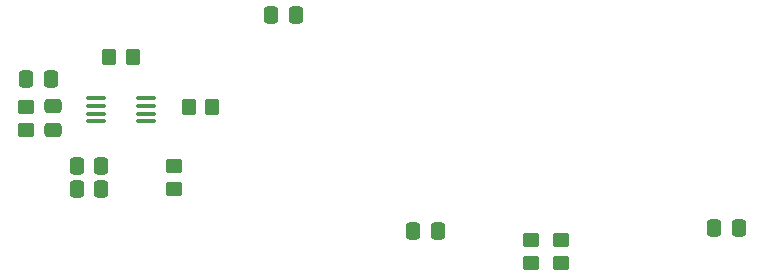
<source format=gbr>
%TF.GenerationSoftware,KiCad,Pcbnew,9.0.4-9.0.4-0~ubuntu24.04.1*%
%TF.CreationDate,2025-09-07T14:44:51-04:00*%
%TF.ProjectId,TCD1304Rev2,54434431-3330-4345-9265-76322e6b6963,rev?*%
%TF.SameCoordinates,PX7270e00PY7270e00*%
%TF.FileFunction,Paste,Top*%
%TF.FilePolarity,Positive*%
%FSLAX46Y46*%
G04 Gerber Fmt 4.6, Leading zero omitted, Abs format (unit mm)*
G04 Created by KiCad (PCBNEW 9.0.4-9.0.4-0~ubuntu24.04.1) date 2025-09-07 14:44:51*
%MOMM*%
%LPD*%
G01*
G04 APERTURE LIST*
G04 Aperture macros list*
%AMRoundRect*
0 Rectangle with rounded corners*
0 $1 Rounding radius*
0 $2 $3 $4 $5 $6 $7 $8 $9 X,Y pos of 4 corners*
0 Add a 4 corners polygon primitive as box body*
4,1,4,$2,$3,$4,$5,$6,$7,$8,$9,$2,$3,0*
0 Add four circle primitives for the rounded corners*
1,1,$1+$1,$2,$3*
1,1,$1+$1,$4,$5*
1,1,$1+$1,$6,$7*
1,1,$1+$1,$8,$9*
0 Add four rect primitives between the rounded corners*
20,1,$1+$1,$2,$3,$4,$5,0*
20,1,$1+$1,$4,$5,$6,$7,0*
20,1,$1+$1,$6,$7,$8,$9,0*
20,1,$1+$1,$8,$9,$2,$3,0*%
G04 Aperture macros list end*
%ADD10RoundRect,0.250000X-0.450000X0.350000X-0.450000X-0.350000X0.450000X-0.350000X0.450000X0.350000X0*%
%ADD11RoundRect,0.250000X-0.337500X-0.475000X0.337500X-0.475000X0.337500X0.475000X-0.337500X0.475000X0*%
%ADD12RoundRect,0.250000X0.337500X0.475000X-0.337500X0.475000X-0.337500X-0.475000X0.337500X-0.475000X0*%
%ADD13RoundRect,0.250000X0.450000X-0.350000X0.450000X0.350000X-0.450000X0.350000X-0.450000X-0.350000X0*%
%ADD14RoundRect,0.250000X0.475000X-0.337500X0.475000X0.337500X-0.475000X0.337500X-0.475000X-0.337500X0*%
%ADD15RoundRect,0.100000X0.712500X0.100000X-0.712500X0.100000X-0.712500X-0.100000X0.712500X-0.100000X0*%
%ADD16RoundRect,0.250000X0.350000X0.450000X-0.350000X0.450000X-0.350000X-0.450000X0.350000X-0.450000X0*%
G04 APERTURE END LIST*
D10*
%TO.C,R6*%
X46750000Y8500000D03*
X46750000Y6500000D03*
%TD*%
%TO.C,R5*%
X49250000Y8500000D03*
X49250000Y6500000D03*
%TD*%
D11*
%TO.C,C1*%
X64287500Y9500000D03*
X62212500Y9500000D03*
%TD*%
D12*
%TO.C,C6*%
X24712500Y27500000D03*
X26787500Y27500000D03*
%TD*%
D13*
%TO.C,R3*%
X4000000Y17750000D03*
X4000000Y19750000D03*
%TD*%
D12*
%TO.C,C2*%
X6037500Y22100000D03*
X3962500Y22100000D03*
%TD*%
D14*
%TO.C,C5*%
X6250000Y19825000D03*
X6250000Y17750000D03*
%TD*%
D15*
%TO.C,U2*%
X9887500Y18525000D03*
X9887500Y19175000D03*
X9887500Y19825000D03*
X9887500Y20475000D03*
X14112500Y20475000D03*
X14112500Y19825000D03*
X14112500Y19175000D03*
X14112500Y18525000D03*
%TD*%
D10*
%TO.C,R4*%
X16500000Y12750000D03*
X16500000Y14750000D03*
%TD*%
D16*
%TO.C,R2*%
X11000000Y24000000D03*
X13000000Y24000000D03*
%TD*%
D11*
%TO.C,C3*%
X10325000Y12750000D03*
X8250000Y12750000D03*
%TD*%
D16*
%TO.C,R1*%
X17750000Y19750000D03*
X19750000Y19750000D03*
%TD*%
D11*
%TO.C,C4*%
X10325000Y14750000D03*
X8250000Y14750000D03*
%TD*%
%TO.C,C7*%
X36750000Y9250000D03*
X38825000Y9250000D03*
%TD*%
M02*

</source>
